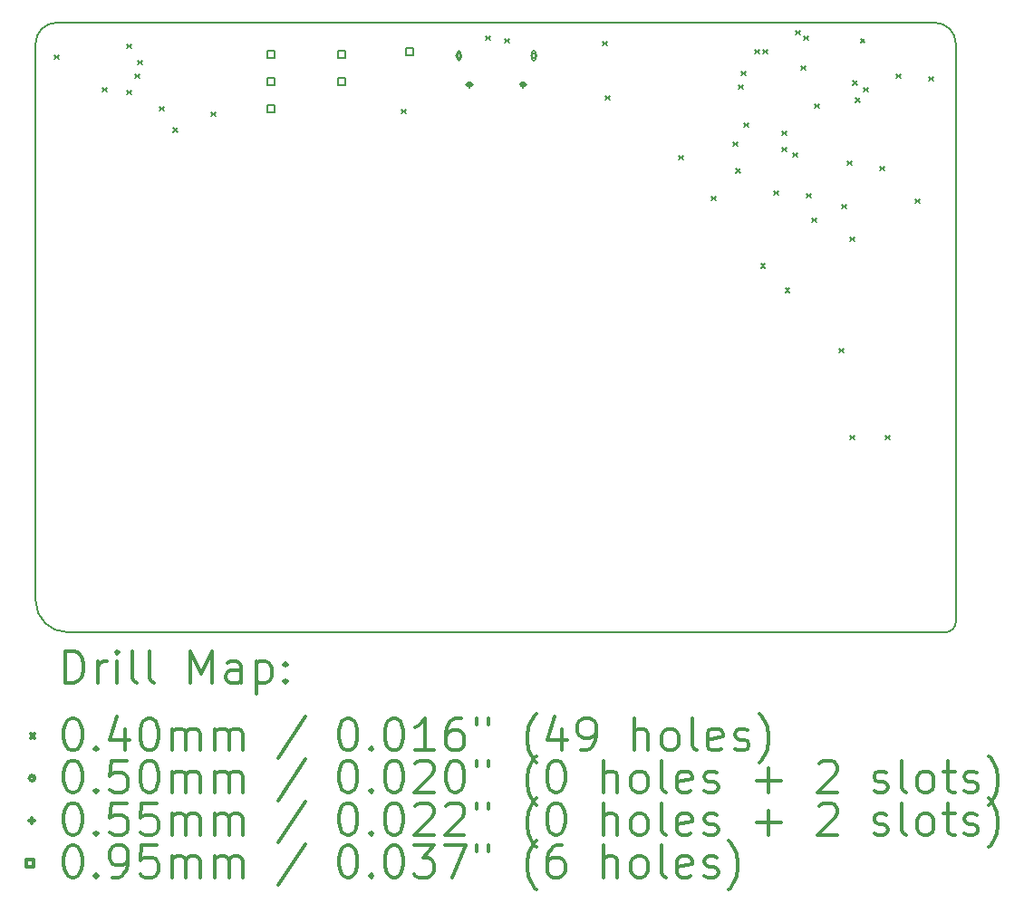
<source format=gbr>
%FSLAX45Y45*%
G04 Gerber Fmt 4.5, Leading zero omitted, Abs format (unit mm)*
G04 Created by KiCad (PCBNEW (5.0.1-3-g963ef8bb5)) date Tuesday, 04 December 2018 at 11:01:45*
%MOMM*%
%LPD*%
G01*
G04 APERTURE LIST*
%ADD10C,0.150000*%
%ADD11C,0.200000*%
%ADD12C,0.300000*%
G04 APERTURE END LIST*
D10*
X11924500Y-12519900D02*
G75*
G03X12224500Y-12819900I300000J0D01*
G01*
X20424500Y-12819900D02*
G75*
G03X20524500Y-12719900I0J100000D01*
G01*
X20424500Y-12819900D02*
X12224500Y-12819900D01*
X20524500Y-7319900D02*
X20524500Y-12719900D01*
X20324500Y-7119900D02*
X12124500Y-7119900D01*
X20524500Y-7319900D02*
G75*
G03X20324500Y-7119900I-200000J0D01*
G01*
X11924500Y-12519900D02*
X11924500Y-7319900D01*
X12124500Y-7119900D02*
G75*
G03X11924500Y-7319900I0J-200000D01*
G01*
D11*
X12100200Y-7422200D02*
X12140200Y-7462200D01*
X12140200Y-7422200D02*
X12100200Y-7462200D01*
X12553000Y-7727000D02*
X12593000Y-7767000D01*
X12593000Y-7727000D02*
X12553000Y-7767000D01*
X12781600Y-7320600D02*
X12821600Y-7360600D01*
X12821600Y-7320600D02*
X12781600Y-7360600D01*
X12781600Y-7752400D02*
X12821600Y-7792400D01*
X12821600Y-7752400D02*
X12781600Y-7792400D01*
X12857800Y-7600000D02*
X12897800Y-7640000D01*
X12897800Y-7600000D02*
X12857800Y-7640000D01*
X12883200Y-7473000D02*
X12923200Y-7513000D01*
X12923200Y-7473000D02*
X12883200Y-7513000D01*
X13086400Y-7904800D02*
X13126400Y-7944800D01*
X13126400Y-7904800D02*
X13086400Y-7944800D01*
X13213400Y-8103600D02*
X13253400Y-8143600D01*
X13253400Y-8103600D02*
X13213400Y-8143600D01*
X13569000Y-7955600D02*
X13609000Y-7995600D01*
X13609000Y-7955600D02*
X13569000Y-7995600D01*
X15343000Y-7930200D02*
X15383000Y-7970200D01*
X15383000Y-7930200D02*
X15343000Y-7970200D01*
X16130000Y-7245000D02*
X16170000Y-7285000D01*
X16170000Y-7245000D02*
X16130000Y-7285000D01*
X16312200Y-7269800D02*
X16352200Y-7309800D01*
X16352200Y-7269800D02*
X16312200Y-7309800D01*
X17226600Y-7295200D02*
X17266600Y-7335200D01*
X17266600Y-7295200D02*
X17226600Y-7335200D01*
X17252000Y-7803200D02*
X17292000Y-7843200D01*
X17292000Y-7803200D02*
X17252000Y-7843200D01*
X17937800Y-8362000D02*
X17977800Y-8402000D01*
X17977800Y-8362000D02*
X17937800Y-8402000D01*
X18242600Y-8743000D02*
X18282600Y-8783000D01*
X18282600Y-8743000D02*
X18242600Y-8783000D01*
X18445800Y-8235000D02*
X18485800Y-8275000D01*
X18485800Y-8235000D02*
X18445800Y-8275000D01*
X18471200Y-8484600D02*
X18511200Y-8524600D01*
X18511200Y-8484600D02*
X18471200Y-8524600D01*
X18496600Y-7701600D02*
X18536600Y-7741600D01*
X18536600Y-7701600D02*
X18496600Y-7741600D01*
X18522000Y-7574600D02*
X18562000Y-7614600D01*
X18562000Y-7574600D02*
X18522000Y-7614600D01*
X18547400Y-8057200D02*
X18587400Y-8097200D01*
X18587400Y-8057200D02*
X18547400Y-8097200D01*
X18649000Y-7371400D02*
X18689000Y-7411400D01*
X18689000Y-7371400D02*
X18649000Y-7411400D01*
X18701000Y-9376000D02*
X18741000Y-9416000D01*
X18741000Y-9376000D02*
X18701000Y-9416000D01*
X18725200Y-7371400D02*
X18765200Y-7411400D01*
X18765200Y-7371400D02*
X18725200Y-7411400D01*
X18826800Y-8692200D02*
X18866800Y-8732200D01*
X18866800Y-8692200D02*
X18826800Y-8732200D01*
X18903000Y-8133400D02*
X18943000Y-8173400D01*
X18943000Y-8133400D02*
X18903000Y-8173400D01*
X18903000Y-8285800D02*
X18943000Y-8325800D01*
X18943000Y-8285800D02*
X18903000Y-8325800D01*
X18930000Y-9603000D02*
X18970000Y-9643000D01*
X18970000Y-9603000D02*
X18930000Y-9643000D01*
X19004600Y-8336600D02*
X19044600Y-8376600D01*
X19044600Y-8336600D02*
X19004600Y-8376600D01*
X19030000Y-7193600D02*
X19070000Y-7233600D01*
X19070000Y-7193600D02*
X19030000Y-7233600D01*
X19080800Y-7523800D02*
X19120800Y-7563800D01*
X19120800Y-7523800D02*
X19080800Y-7563800D01*
X19106200Y-7244400D02*
X19146200Y-7284400D01*
X19146200Y-7244400D02*
X19106200Y-7284400D01*
X19131600Y-8717600D02*
X19171600Y-8757600D01*
X19171600Y-8717600D02*
X19131600Y-8757600D01*
X19182400Y-8946200D02*
X19222400Y-8986200D01*
X19222400Y-8946200D02*
X19182400Y-8986200D01*
X19207800Y-7879400D02*
X19247800Y-7919400D01*
X19247800Y-7879400D02*
X19207800Y-7919400D01*
X19436400Y-10165400D02*
X19476400Y-10205400D01*
X19476400Y-10165400D02*
X19436400Y-10205400D01*
X19461800Y-8819200D02*
X19501800Y-8859200D01*
X19501800Y-8819200D02*
X19461800Y-8859200D01*
X19512600Y-8412800D02*
X19552600Y-8452800D01*
X19552600Y-8412800D02*
X19512600Y-8452800D01*
X19538000Y-9124000D02*
X19578000Y-9164000D01*
X19578000Y-9124000D02*
X19538000Y-9164000D01*
X19538000Y-10978200D02*
X19578000Y-11018200D01*
X19578000Y-10978200D02*
X19538000Y-11018200D01*
X19563400Y-7661000D02*
X19603400Y-7701000D01*
X19603400Y-7661000D02*
X19563400Y-7701000D01*
X19588800Y-7824200D02*
X19628800Y-7864200D01*
X19628800Y-7824200D02*
X19588800Y-7864200D01*
X19633200Y-7269800D02*
X19673200Y-7309800D01*
X19673200Y-7269800D02*
X19633200Y-7309800D01*
X19665000Y-7727000D02*
X19705000Y-7767000D01*
X19705000Y-7727000D02*
X19665000Y-7767000D01*
X19817400Y-8463600D02*
X19857400Y-8503600D01*
X19857400Y-8463600D02*
X19817400Y-8503600D01*
X19868200Y-10978200D02*
X19908200Y-11018200D01*
X19908200Y-10978200D02*
X19868200Y-11018200D01*
X19969800Y-7600000D02*
X20009800Y-7640000D01*
X20009800Y-7600000D02*
X19969800Y-7640000D01*
X20147600Y-8768400D02*
X20187600Y-8808400D01*
X20187600Y-8768400D02*
X20147600Y-8808400D01*
X20274600Y-7625400D02*
X20314600Y-7665400D01*
X20314600Y-7625400D02*
X20274600Y-7665400D01*
X15905510Y-7430054D02*
G75*
G03X15905510Y-7430054I-25000J0D01*
G01*
X15865510Y-7397554D02*
X15865510Y-7462554D01*
X15895510Y-7397554D02*
X15895510Y-7462554D01*
X15865510Y-7462554D02*
G75*
G03X15895510Y-7462554I15000J0D01*
G01*
X15895510Y-7397554D02*
G75*
G03X15865510Y-7397554I-15000J0D01*
G01*
X16605510Y-7430054D02*
G75*
G03X16605510Y-7430054I-25000J0D01*
G01*
X16565510Y-7397554D02*
X16565510Y-7462554D01*
X16595510Y-7397554D02*
X16595510Y-7462554D01*
X16565510Y-7462554D02*
G75*
G03X16595510Y-7462554I15000J0D01*
G01*
X16595510Y-7397554D02*
G75*
G03X16565510Y-7397554I-15000J0D01*
G01*
X15980510Y-7672554D02*
X15980510Y-7727554D01*
X15953010Y-7700054D02*
X16008010Y-7700054D01*
X15995510Y-7682554D02*
X15965510Y-7682554D01*
X15995510Y-7717554D02*
X15965510Y-7717554D01*
X15965510Y-7682554D02*
G75*
G03X15965510Y-7717554I0J-17500D01*
G01*
X15995510Y-7717554D02*
G75*
G03X15995510Y-7682554I0J17500D01*
G01*
X16480510Y-7672554D02*
X16480510Y-7727554D01*
X16453010Y-7700054D02*
X16508010Y-7700054D01*
X16495510Y-7682554D02*
X16465510Y-7682554D01*
X16495510Y-7717554D02*
X16465510Y-7717554D01*
X16465510Y-7682554D02*
G75*
G03X16465510Y-7717554I0J-17500D01*
G01*
X16495510Y-7717554D02*
G75*
G03X16495510Y-7682554I0J17500D01*
G01*
X14816388Y-7450388D02*
X14816388Y-7383212D01*
X14749212Y-7383212D01*
X14749212Y-7450388D01*
X14816388Y-7450388D01*
X14816388Y-7704388D02*
X14816388Y-7637212D01*
X14749212Y-7637212D01*
X14749212Y-7704388D01*
X14816388Y-7704388D01*
X15451388Y-7424988D02*
X15451388Y-7357812D01*
X15384212Y-7357812D01*
X15384212Y-7424988D01*
X15451388Y-7424988D01*
X14155988Y-7450388D02*
X14155988Y-7383212D01*
X14088812Y-7383212D01*
X14088812Y-7450388D01*
X14155988Y-7450388D01*
X14155988Y-7704388D02*
X14155988Y-7637212D01*
X14088812Y-7637212D01*
X14088812Y-7704388D01*
X14155988Y-7704388D01*
X14155988Y-7958388D02*
X14155988Y-7891212D01*
X14088812Y-7891212D01*
X14088812Y-7958388D01*
X14155988Y-7958388D01*
D12*
X12203428Y-13293114D02*
X12203428Y-12993114D01*
X12274857Y-12993114D01*
X12317714Y-13007400D01*
X12346286Y-13035971D01*
X12360571Y-13064543D01*
X12374857Y-13121686D01*
X12374857Y-13164543D01*
X12360571Y-13221686D01*
X12346286Y-13250257D01*
X12317714Y-13278829D01*
X12274857Y-13293114D01*
X12203428Y-13293114D01*
X12503428Y-13293114D02*
X12503428Y-13093114D01*
X12503428Y-13150257D02*
X12517714Y-13121686D01*
X12532000Y-13107400D01*
X12560571Y-13093114D01*
X12589143Y-13093114D01*
X12689143Y-13293114D02*
X12689143Y-13093114D01*
X12689143Y-12993114D02*
X12674857Y-13007400D01*
X12689143Y-13021686D01*
X12703428Y-13007400D01*
X12689143Y-12993114D01*
X12689143Y-13021686D01*
X12874857Y-13293114D02*
X12846286Y-13278829D01*
X12832000Y-13250257D01*
X12832000Y-12993114D01*
X13032000Y-13293114D02*
X13003428Y-13278829D01*
X12989143Y-13250257D01*
X12989143Y-12993114D01*
X13374857Y-13293114D02*
X13374857Y-12993114D01*
X13474857Y-13207400D01*
X13574857Y-12993114D01*
X13574857Y-13293114D01*
X13846286Y-13293114D02*
X13846286Y-13135971D01*
X13832000Y-13107400D01*
X13803428Y-13093114D01*
X13746286Y-13093114D01*
X13717714Y-13107400D01*
X13846286Y-13278829D02*
X13817714Y-13293114D01*
X13746286Y-13293114D01*
X13717714Y-13278829D01*
X13703428Y-13250257D01*
X13703428Y-13221686D01*
X13717714Y-13193114D01*
X13746286Y-13178829D01*
X13817714Y-13178829D01*
X13846286Y-13164543D01*
X13989143Y-13093114D02*
X13989143Y-13393114D01*
X13989143Y-13107400D02*
X14017714Y-13093114D01*
X14074857Y-13093114D01*
X14103428Y-13107400D01*
X14117714Y-13121686D01*
X14132000Y-13150257D01*
X14132000Y-13235971D01*
X14117714Y-13264543D01*
X14103428Y-13278829D01*
X14074857Y-13293114D01*
X14017714Y-13293114D01*
X13989143Y-13278829D01*
X14260571Y-13264543D02*
X14274857Y-13278829D01*
X14260571Y-13293114D01*
X14246286Y-13278829D01*
X14260571Y-13264543D01*
X14260571Y-13293114D01*
X14260571Y-13107400D02*
X14274857Y-13121686D01*
X14260571Y-13135971D01*
X14246286Y-13121686D01*
X14260571Y-13107400D01*
X14260571Y-13135971D01*
X11877000Y-13767400D02*
X11917000Y-13807400D01*
X11917000Y-13767400D02*
X11877000Y-13807400D01*
X12260571Y-13623114D02*
X12289143Y-13623114D01*
X12317714Y-13637400D01*
X12332000Y-13651686D01*
X12346286Y-13680257D01*
X12360571Y-13737400D01*
X12360571Y-13808829D01*
X12346286Y-13865971D01*
X12332000Y-13894543D01*
X12317714Y-13908829D01*
X12289143Y-13923114D01*
X12260571Y-13923114D01*
X12232000Y-13908829D01*
X12217714Y-13894543D01*
X12203428Y-13865971D01*
X12189143Y-13808829D01*
X12189143Y-13737400D01*
X12203428Y-13680257D01*
X12217714Y-13651686D01*
X12232000Y-13637400D01*
X12260571Y-13623114D01*
X12489143Y-13894543D02*
X12503428Y-13908829D01*
X12489143Y-13923114D01*
X12474857Y-13908829D01*
X12489143Y-13894543D01*
X12489143Y-13923114D01*
X12760571Y-13723114D02*
X12760571Y-13923114D01*
X12689143Y-13608829D02*
X12617714Y-13823114D01*
X12803428Y-13823114D01*
X12974857Y-13623114D02*
X13003428Y-13623114D01*
X13032000Y-13637400D01*
X13046286Y-13651686D01*
X13060571Y-13680257D01*
X13074857Y-13737400D01*
X13074857Y-13808829D01*
X13060571Y-13865971D01*
X13046286Y-13894543D01*
X13032000Y-13908829D01*
X13003428Y-13923114D01*
X12974857Y-13923114D01*
X12946286Y-13908829D01*
X12932000Y-13894543D01*
X12917714Y-13865971D01*
X12903428Y-13808829D01*
X12903428Y-13737400D01*
X12917714Y-13680257D01*
X12932000Y-13651686D01*
X12946286Y-13637400D01*
X12974857Y-13623114D01*
X13203428Y-13923114D02*
X13203428Y-13723114D01*
X13203428Y-13751686D02*
X13217714Y-13737400D01*
X13246286Y-13723114D01*
X13289143Y-13723114D01*
X13317714Y-13737400D01*
X13332000Y-13765971D01*
X13332000Y-13923114D01*
X13332000Y-13765971D02*
X13346286Y-13737400D01*
X13374857Y-13723114D01*
X13417714Y-13723114D01*
X13446286Y-13737400D01*
X13460571Y-13765971D01*
X13460571Y-13923114D01*
X13603428Y-13923114D02*
X13603428Y-13723114D01*
X13603428Y-13751686D02*
X13617714Y-13737400D01*
X13646286Y-13723114D01*
X13689143Y-13723114D01*
X13717714Y-13737400D01*
X13732000Y-13765971D01*
X13732000Y-13923114D01*
X13732000Y-13765971D02*
X13746286Y-13737400D01*
X13774857Y-13723114D01*
X13817714Y-13723114D01*
X13846286Y-13737400D01*
X13860571Y-13765971D01*
X13860571Y-13923114D01*
X14446286Y-13608829D02*
X14189143Y-13994543D01*
X14832000Y-13623114D02*
X14860571Y-13623114D01*
X14889143Y-13637400D01*
X14903428Y-13651686D01*
X14917714Y-13680257D01*
X14932000Y-13737400D01*
X14932000Y-13808829D01*
X14917714Y-13865971D01*
X14903428Y-13894543D01*
X14889143Y-13908829D01*
X14860571Y-13923114D01*
X14832000Y-13923114D01*
X14803428Y-13908829D01*
X14789143Y-13894543D01*
X14774857Y-13865971D01*
X14760571Y-13808829D01*
X14760571Y-13737400D01*
X14774857Y-13680257D01*
X14789143Y-13651686D01*
X14803428Y-13637400D01*
X14832000Y-13623114D01*
X15060571Y-13894543D02*
X15074857Y-13908829D01*
X15060571Y-13923114D01*
X15046286Y-13908829D01*
X15060571Y-13894543D01*
X15060571Y-13923114D01*
X15260571Y-13623114D02*
X15289143Y-13623114D01*
X15317714Y-13637400D01*
X15332000Y-13651686D01*
X15346286Y-13680257D01*
X15360571Y-13737400D01*
X15360571Y-13808829D01*
X15346286Y-13865971D01*
X15332000Y-13894543D01*
X15317714Y-13908829D01*
X15289143Y-13923114D01*
X15260571Y-13923114D01*
X15232000Y-13908829D01*
X15217714Y-13894543D01*
X15203428Y-13865971D01*
X15189143Y-13808829D01*
X15189143Y-13737400D01*
X15203428Y-13680257D01*
X15217714Y-13651686D01*
X15232000Y-13637400D01*
X15260571Y-13623114D01*
X15646286Y-13923114D02*
X15474857Y-13923114D01*
X15560571Y-13923114D02*
X15560571Y-13623114D01*
X15532000Y-13665971D01*
X15503428Y-13694543D01*
X15474857Y-13708829D01*
X15903428Y-13623114D02*
X15846286Y-13623114D01*
X15817714Y-13637400D01*
X15803428Y-13651686D01*
X15774857Y-13694543D01*
X15760571Y-13751686D01*
X15760571Y-13865971D01*
X15774857Y-13894543D01*
X15789143Y-13908829D01*
X15817714Y-13923114D01*
X15874857Y-13923114D01*
X15903428Y-13908829D01*
X15917714Y-13894543D01*
X15932000Y-13865971D01*
X15932000Y-13794543D01*
X15917714Y-13765971D01*
X15903428Y-13751686D01*
X15874857Y-13737400D01*
X15817714Y-13737400D01*
X15789143Y-13751686D01*
X15774857Y-13765971D01*
X15760571Y-13794543D01*
X16046286Y-13623114D02*
X16046286Y-13680257D01*
X16160571Y-13623114D02*
X16160571Y-13680257D01*
X16603428Y-14037400D02*
X16589143Y-14023114D01*
X16560571Y-13980257D01*
X16546286Y-13951686D01*
X16532000Y-13908829D01*
X16517714Y-13837400D01*
X16517714Y-13780257D01*
X16532000Y-13708829D01*
X16546286Y-13665971D01*
X16560571Y-13637400D01*
X16589143Y-13594543D01*
X16603428Y-13580257D01*
X16846286Y-13723114D02*
X16846286Y-13923114D01*
X16774857Y-13608829D02*
X16703428Y-13823114D01*
X16889143Y-13823114D01*
X17017714Y-13923114D02*
X17074857Y-13923114D01*
X17103428Y-13908829D01*
X17117714Y-13894543D01*
X17146286Y-13851686D01*
X17160571Y-13794543D01*
X17160571Y-13680257D01*
X17146286Y-13651686D01*
X17132000Y-13637400D01*
X17103428Y-13623114D01*
X17046286Y-13623114D01*
X17017714Y-13637400D01*
X17003428Y-13651686D01*
X16989143Y-13680257D01*
X16989143Y-13751686D01*
X17003428Y-13780257D01*
X17017714Y-13794543D01*
X17046286Y-13808829D01*
X17103428Y-13808829D01*
X17132000Y-13794543D01*
X17146286Y-13780257D01*
X17160571Y-13751686D01*
X17517714Y-13923114D02*
X17517714Y-13623114D01*
X17646286Y-13923114D02*
X17646286Y-13765971D01*
X17632000Y-13737400D01*
X17603428Y-13723114D01*
X17560571Y-13723114D01*
X17532000Y-13737400D01*
X17517714Y-13751686D01*
X17832000Y-13923114D02*
X17803428Y-13908829D01*
X17789143Y-13894543D01*
X17774857Y-13865971D01*
X17774857Y-13780257D01*
X17789143Y-13751686D01*
X17803428Y-13737400D01*
X17832000Y-13723114D01*
X17874857Y-13723114D01*
X17903428Y-13737400D01*
X17917714Y-13751686D01*
X17932000Y-13780257D01*
X17932000Y-13865971D01*
X17917714Y-13894543D01*
X17903428Y-13908829D01*
X17874857Y-13923114D01*
X17832000Y-13923114D01*
X18103428Y-13923114D02*
X18074857Y-13908829D01*
X18060571Y-13880257D01*
X18060571Y-13623114D01*
X18332000Y-13908829D02*
X18303428Y-13923114D01*
X18246286Y-13923114D01*
X18217714Y-13908829D01*
X18203428Y-13880257D01*
X18203428Y-13765971D01*
X18217714Y-13737400D01*
X18246286Y-13723114D01*
X18303428Y-13723114D01*
X18332000Y-13737400D01*
X18346286Y-13765971D01*
X18346286Y-13794543D01*
X18203428Y-13823114D01*
X18460571Y-13908829D02*
X18489143Y-13923114D01*
X18546286Y-13923114D01*
X18574857Y-13908829D01*
X18589143Y-13880257D01*
X18589143Y-13865971D01*
X18574857Y-13837400D01*
X18546286Y-13823114D01*
X18503428Y-13823114D01*
X18474857Y-13808829D01*
X18460571Y-13780257D01*
X18460571Y-13765971D01*
X18474857Y-13737400D01*
X18503428Y-13723114D01*
X18546286Y-13723114D01*
X18574857Y-13737400D01*
X18689143Y-14037400D02*
X18703428Y-14023114D01*
X18732000Y-13980257D01*
X18746286Y-13951686D01*
X18760571Y-13908829D01*
X18774857Y-13837400D01*
X18774857Y-13780257D01*
X18760571Y-13708829D01*
X18746286Y-13665971D01*
X18732000Y-13637400D01*
X18703428Y-13594543D01*
X18689143Y-13580257D01*
X11917000Y-14183400D02*
G75*
G03X11917000Y-14183400I-25000J0D01*
G01*
X12260571Y-14019114D02*
X12289143Y-14019114D01*
X12317714Y-14033400D01*
X12332000Y-14047686D01*
X12346286Y-14076257D01*
X12360571Y-14133400D01*
X12360571Y-14204829D01*
X12346286Y-14261971D01*
X12332000Y-14290543D01*
X12317714Y-14304829D01*
X12289143Y-14319114D01*
X12260571Y-14319114D01*
X12232000Y-14304829D01*
X12217714Y-14290543D01*
X12203428Y-14261971D01*
X12189143Y-14204829D01*
X12189143Y-14133400D01*
X12203428Y-14076257D01*
X12217714Y-14047686D01*
X12232000Y-14033400D01*
X12260571Y-14019114D01*
X12489143Y-14290543D02*
X12503428Y-14304829D01*
X12489143Y-14319114D01*
X12474857Y-14304829D01*
X12489143Y-14290543D01*
X12489143Y-14319114D01*
X12774857Y-14019114D02*
X12632000Y-14019114D01*
X12617714Y-14161971D01*
X12632000Y-14147686D01*
X12660571Y-14133400D01*
X12732000Y-14133400D01*
X12760571Y-14147686D01*
X12774857Y-14161971D01*
X12789143Y-14190543D01*
X12789143Y-14261971D01*
X12774857Y-14290543D01*
X12760571Y-14304829D01*
X12732000Y-14319114D01*
X12660571Y-14319114D01*
X12632000Y-14304829D01*
X12617714Y-14290543D01*
X12974857Y-14019114D02*
X13003428Y-14019114D01*
X13032000Y-14033400D01*
X13046286Y-14047686D01*
X13060571Y-14076257D01*
X13074857Y-14133400D01*
X13074857Y-14204829D01*
X13060571Y-14261971D01*
X13046286Y-14290543D01*
X13032000Y-14304829D01*
X13003428Y-14319114D01*
X12974857Y-14319114D01*
X12946286Y-14304829D01*
X12932000Y-14290543D01*
X12917714Y-14261971D01*
X12903428Y-14204829D01*
X12903428Y-14133400D01*
X12917714Y-14076257D01*
X12932000Y-14047686D01*
X12946286Y-14033400D01*
X12974857Y-14019114D01*
X13203428Y-14319114D02*
X13203428Y-14119114D01*
X13203428Y-14147686D02*
X13217714Y-14133400D01*
X13246286Y-14119114D01*
X13289143Y-14119114D01*
X13317714Y-14133400D01*
X13332000Y-14161971D01*
X13332000Y-14319114D01*
X13332000Y-14161971D02*
X13346286Y-14133400D01*
X13374857Y-14119114D01*
X13417714Y-14119114D01*
X13446286Y-14133400D01*
X13460571Y-14161971D01*
X13460571Y-14319114D01*
X13603428Y-14319114D02*
X13603428Y-14119114D01*
X13603428Y-14147686D02*
X13617714Y-14133400D01*
X13646286Y-14119114D01*
X13689143Y-14119114D01*
X13717714Y-14133400D01*
X13732000Y-14161971D01*
X13732000Y-14319114D01*
X13732000Y-14161971D02*
X13746286Y-14133400D01*
X13774857Y-14119114D01*
X13817714Y-14119114D01*
X13846286Y-14133400D01*
X13860571Y-14161971D01*
X13860571Y-14319114D01*
X14446286Y-14004829D02*
X14189143Y-14390543D01*
X14832000Y-14019114D02*
X14860571Y-14019114D01*
X14889143Y-14033400D01*
X14903428Y-14047686D01*
X14917714Y-14076257D01*
X14932000Y-14133400D01*
X14932000Y-14204829D01*
X14917714Y-14261971D01*
X14903428Y-14290543D01*
X14889143Y-14304829D01*
X14860571Y-14319114D01*
X14832000Y-14319114D01*
X14803428Y-14304829D01*
X14789143Y-14290543D01*
X14774857Y-14261971D01*
X14760571Y-14204829D01*
X14760571Y-14133400D01*
X14774857Y-14076257D01*
X14789143Y-14047686D01*
X14803428Y-14033400D01*
X14832000Y-14019114D01*
X15060571Y-14290543D02*
X15074857Y-14304829D01*
X15060571Y-14319114D01*
X15046286Y-14304829D01*
X15060571Y-14290543D01*
X15060571Y-14319114D01*
X15260571Y-14019114D02*
X15289143Y-14019114D01*
X15317714Y-14033400D01*
X15332000Y-14047686D01*
X15346286Y-14076257D01*
X15360571Y-14133400D01*
X15360571Y-14204829D01*
X15346286Y-14261971D01*
X15332000Y-14290543D01*
X15317714Y-14304829D01*
X15289143Y-14319114D01*
X15260571Y-14319114D01*
X15232000Y-14304829D01*
X15217714Y-14290543D01*
X15203428Y-14261971D01*
X15189143Y-14204829D01*
X15189143Y-14133400D01*
X15203428Y-14076257D01*
X15217714Y-14047686D01*
X15232000Y-14033400D01*
X15260571Y-14019114D01*
X15474857Y-14047686D02*
X15489143Y-14033400D01*
X15517714Y-14019114D01*
X15589143Y-14019114D01*
X15617714Y-14033400D01*
X15632000Y-14047686D01*
X15646286Y-14076257D01*
X15646286Y-14104829D01*
X15632000Y-14147686D01*
X15460571Y-14319114D01*
X15646286Y-14319114D01*
X15832000Y-14019114D02*
X15860571Y-14019114D01*
X15889143Y-14033400D01*
X15903428Y-14047686D01*
X15917714Y-14076257D01*
X15932000Y-14133400D01*
X15932000Y-14204829D01*
X15917714Y-14261971D01*
X15903428Y-14290543D01*
X15889143Y-14304829D01*
X15860571Y-14319114D01*
X15832000Y-14319114D01*
X15803428Y-14304829D01*
X15789143Y-14290543D01*
X15774857Y-14261971D01*
X15760571Y-14204829D01*
X15760571Y-14133400D01*
X15774857Y-14076257D01*
X15789143Y-14047686D01*
X15803428Y-14033400D01*
X15832000Y-14019114D01*
X16046286Y-14019114D02*
X16046286Y-14076257D01*
X16160571Y-14019114D02*
X16160571Y-14076257D01*
X16603428Y-14433400D02*
X16589143Y-14419114D01*
X16560571Y-14376257D01*
X16546286Y-14347686D01*
X16532000Y-14304829D01*
X16517714Y-14233400D01*
X16517714Y-14176257D01*
X16532000Y-14104829D01*
X16546286Y-14061971D01*
X16560571Y-14033400D01*
X16589143Y-13990543D01*
X16603428Y-13976257D01*
X16774857Y-14019114D02*
X16803428Y-14019114D01*
X16832000Y-14033400D01*
X16846286Y-14047686D01*
X16860571Y-14076257D01*
X16874857Y-14133400D01*
X16874857Y-14204829D01*
X16860571Y-14261971D01*
X16846286Y-14290543D01*
X16832000Y-14304829D01*
X16803428Y-14319114D01*
X16774857Y-14319114D01*
X16746286Y-14304829D01*
X16732000Y-14290543D01*
X16717714Y-14261971D01*
X16703428Y-14204829D01*
X16703428Y-14133400D01*
X16717714Y-14076257D01*
X16732000Y-14047686D01*
X16746286Y-14033400D01*
X16774857Y-14019114D01*
X17232000Y-14319114D02*
X17232000Y-14019114D01*
X17360571Y-14319114D02*
X17360571Y-14161971D01*
X17346286Y-14133400D01*
X17317714Y-14119114D01*
X17274857Y-14119114D01*
X17246286Y-14133400D01*
X17232000Y-14147686D01*
X17546286Y-14319114D02*
X17517714Y-14304829D01*
X17503428Y-14290543D01*
X17489143Y-14261971D01*
X17489143Y-14176257D01*
X17503428Y-14147686D01*
X17517714Y-14133400D01*
X17546286Y-14119114D01*
X17589143Y-14119114D01*
X17617714Y-14133400D01*
X17632000Y-14147686D01*
X17646286Y-14176257D01*
X17646286Y-14261971D01*
X17632000Y-14290543D01*
X17617714Y-14304829D01*
X17589143Y-14319114D01*
X17546286Y-14319114D01*
X17817714Y-14319114D02*
X17789143Y-14304829D01*
X17774857Y-14276257D01*
X17774857Y-14019114D01*
X18046286Y-14304829D02*
X18017714Y-14319114D01*
X17960571Y-14319114D01*
X17932000Y-14304829D01*
X17917714Y-14276257D01*
X17917714Y-14161971D01*
X17932000Y-14133400D01*
X17960571Y-14119114D01*
X18017714Y-14119114D01*
X18046286Y-14133400D01*
X18060571Y-14161971D01*
X18060571Y-14190543D01*
X17917714Y-14219114D01*
X18174857Y-14304829D02*
X18203428Y-14319114D01*
X18260571Y-14319114D01*
X18289143Y-14304829D01*
X18303428Y-14276257D01*
X18303428Y-14261971D01*
X18289143Y-14233400D01*
X18260571Y-14219114D01*
X18217714Y-14219114D01*
X18189143Y-14204829D01*
X18174857Y-14176257D01*
X18174857Y-14161971D01*
X18189143Y-14133400D01*
X18217714Y-14119114D01*
X18260571Y-14119114D01*
X18289143Y-14133400D01*
X18660571Y-14204829D02*
X18889143Y-14204829D01*
X18774857Y-14319114D02*
X18774857Y-14090543D01*
X19246286Y-14047686D02*
X19260571Y-14033400D01*
X19289143Y-14019114D01*
X19360571Y-14019114D01*
X19389143Y-14033400D01*
X19403428Y-14047686D01*
X19417714Y-14076257D01*
X19417714Y-14104829D01*
X19403428Y-14147686D01*
X19232000Y-14319114D01*
X19417714Y-14319114D01*
X19760571Y-14304829D02*
X19789143Y-14319114D01*
X19846286Y-14319114D01*
X19874857Y-14304829D01*
X19889143Y-14276257D01*
X19889143Y-14261971D01*
X19874857Y-14233400D01*
X19846286Y-14219114D01*
X19803428Y-14219114D01*
X19774857Y-14204829D01*
X19760571Y-14176257D01*
X19760571Y-14161971D01*
X19774857Y-14133400D01*
X19803428Y-14119114D01*
X19846286Y-14119114D01*
X19874857Y-14133400D01*
X20060571Y-14319114D02*
X20032000Y-14304829D01*
X20017714Y-14276257D01*
X20017714Y-14019114D01*
X20217714Y-14319114D02*
X20189143Y-14304829D01*
X20174857Y-14290543D01*
X20160571Y-14261971D01*
X20160571Y-14176257D01*
X20174857Y-14147686D01*
X20189143Y-14133400D01*
X20217714Y-14119114D01*
X20260571Y-14119114D01*
X20289143Y-14133400D01*
X20303428Y-14147686D01*
X20317714Y-14176257D01*
X20317714Y-14261971D01*
X20303428Y-14290543D01*
X20289143Y-14304829D01*
X20260571Y-14319114D01*
X20217714Y-14319114D01*
X20403428Y-14119114D02*
X20517714Y-14119114D01*
X20446286Y-14019114D02*
X20446286Y-14276257D01*
X20460571Y-14304829D01*
X20489143Y-14319114D01*
X20517714Y-14319114D01*
X20603428Y-14304829D02*
X20632000Y-14319114D01*
X20689143Y-14319114D01*
X20717714Y-14304829D01*
X20732000Y-14276257D01*
X20732000Y-14261971D01*
X20717714Y-14233400D01*
X20689143Y-14219114D01*
X20646286Y-14219114D01*
X20617714Y-14204829D01*
X20603428Y-14176257D01*
X20603428Y-14161971D01*
X20617714Y-14133400D01*
X20646286Y-14119114D01*
X20689143Y-14119114D01*
X20717714Y-14133400D01*
X20832000Y-14433400D02*
X20846286Y-14419114D01*
X20874857Y-14376257D01*
X20889143Y-14347686D01*
X20903428Y-14304829D01*
X20917714Y-14233400D01*
X20917714Y-14176257D01*
X20903428Y-14104829D01*
X20889143Y-14061971D01*
X20874857Y-14033400D01*
X20846286Y-13990543D01*
X20832000Y-13976257D01*
X11889500Y-14551900D02*
X11889500Y-14606900D01*
X11862000Y-14579400D02*
X11917000Y-14579400D01*
X12260571Y-14415114D02*
X12289143Y-14415114D01*
X12317714Y-14429400D01*
X12332000Y-14443686D01*
X12346286Y-14472257D01*
X12360571Y-14529400D01*
X12360571Y-14600829D01*
X12346286Y-14657971D01*
X12332000Y-14686543D01*
X12317714Y-14700829D01*
X12289143Y-14715114D01*
X12260571Y-14715114D01*
X12232000Y-14700829D01*
X12217714Y-14686543D01*
X12203428Y-14657971D01*
X12189143Y-14600829D01*
X12189143Y-14529400D01*
X12203428Y-14472257D01*
X12217714Y-14443686D01*
X12232000Y-14429400D01*
X12260571Y-14415114D01*
X12489143Y-14686543D02*
X12503428Y-14700829D01*
X12489143Y-14715114D01*
X12474857Y-14700829D01*
X12489143Y-14686543D01*
X12489143Y-14715114D01*
X12774857Y-14415114D02*
X12632000Y-14415114D01*
X12617714Y-14557971D01*
X12632000Y-14543686D01*
X12660571Y-14529400D01*
X12732000Y-14529400D01*
X12760571Y-14543686D01*
X12774857Y-14557971D01*
X12789143Y-14586543D01*
X12789143Y-14657971D01*
X12774857Y-14686543D01*
X12760571Y-14700829D01*
X12732000Y-14715114D01*
X12660571Y-14715114D01*
X12632000Y-14700829D01*
X12617714Y-14686543D01*
X13060571Y-14415114D02*
X12917714Y-14415114D01*
X12903428Y-14557971D01*
X12917714Y-14543686D01*
X12946286Y-14529400D01*
X13017714Y-14529400D01*
X13046286Y-14543686D01*
X13060571Y-14557971D01*
X13074857Y-14586543D01*
X13074857Y-14657971D01*
X13060571Y-14686543D01*
X13046286Y-14700829D01*
X13017714Y-14715114D01*
X12946286Y-14715114D01*
X12917714Y-14700829D01*
X12903428Y-14686543D01*
X13203428Y-14715114D02*
X13203428Y-14515114D01*
X13203428Y-14543686D02*
X13217714Y-14529400D01*
X13246286Y-14515114D01*
X13289143Y-14515114D01*
X13317714Y-14529400D01*
X13332000Y-14557971D01*
X13332000Y-14715114D01*
X13332000Y-14557971D02*
X13346286Y-14529400D01*
X13374857Y-14515114D01*
X13417714Y-14515114D01*
X13446286Y-14529400D01*
X13460571Y-14557971D01*
X13460571Y-14715114D01*
X13603428Y-14715114D02*
X13603428Y-14515114D01*
X13603428Y-14543686D02*
X13617714Y-14529400D01*
X13646286Y-14515114D01*
X13689143Y-14515114D01*
X13717714Y-14529400D01*
X13732000Y-14557971D01*
X13732000Y-14715114D01*
X13732000Y-14557971D02*
X13746286Y-14529400D01*
X13774857Y-14515114D01*
X13817714Y-14515114D01*
X13846286Y-14529400D01*
X13860571Y-14557971D01*
X13860571Y-14715114D01*
X14446286Y-14400829D02*
X14189143Y-14786543D01*
X14832000Y-14415114D02*
X14860571Y-14415114D01*
X14889143Y-14429400D01*
X14903428Y-14443686D01*
X14917714Y-14472257D01*
X14932000Y-14529400D01*
X14932000Y-14600829D01*
X14917714Y-14657971D01*
X14903428Y-14686543D01*
X14889143Y-14700829D01*
X14860571Y-14715114D01*
X14832000Y-14715114D01*
X14803428Y-14700829D01*
X14789143Y-14686543D01*
X14774857Y-14657971D01*
X14760571Y-14600829D01*
X14760571Y-14529400D01*
X14774857Y-14472257D01*
X14789143Y-14443686D01*
X14803428Y-14429400D01*
X14832000Y-14415114D01*
X15060571Y-14686543D02*
X15074857Y-14700829D01*
X15060571Y-14715114D01*
X15046286Y-14700829D01*
X15060571Y-14686543D01*
X15060571Y-14715114D01*
X15260571Y-14415114D02*
X15289143Y-14415114D01*
X15317714Y-14429400D01*
X15332000Y-14443686D01*
X15346286Y-14472257D01*
X15360571Y-14529400D01*
X15360571Y-14600829D01*
X15346286Y-14657971D01*
X15332000Y-14686543D01*
X15317714Y-14700829D01*
X15289143Y-14715114D01*
X15260571Y-14715114D01*
X15232000Y-14700829D01*
X15217714Y-14686543D01*
X15203428Y-14657971D01*
X15189143Y-14600829D01*
X15189143Y-14529400D01*
X15203428Y-14472257D01*
X15217714Y-14443686D01*
X15232000Y-14429400D01*
X15260571Y-14415114D01*
X15474857Y-14443686D02*
X15489143Y-14429400D01*
X15517714Y-14415114D01*
X15589143Y-14415114D01*
X15617714Y-14429400D01*
X15632000Y-14443686D01*
X15646286Y-14472257D01*
X15646286Y-14500829D01*
X15632000Y-14543686D01*
X15460571Y-14715114D01*
X15646286Y-14715114D01*
X15760571Y-14443686D02*
X15774857Y-14429400D01*
X15803428Y-14415114D01*
X15874857Y-14415114D01*
X15903428Y-14429400D01*
X15917714Y-14443686D01*
X15932000Y-14472257D01*
X15932000Y-14500829D01*
X15917714Y-14543686D01*
X15746286Y-14715114D01*
X15932000Y-14715114D01*
X16046286Y-14415114D02*
X16046286Y-14472257D01*
X16160571Y-14415114D02*
X16160571Y-14472257D01*
X16603428Y-14829400D02*
X16589143Y-14815114D01*
X16560571Y-14772257D01*
X16546286Y-14743686D01*
X16532000Y-14700829D01*
X16517714Y-14629400D01*
X16517714Y-14572257D01*
X16532000Y-14500829D01*
X16546286Y-14457971D01*
X16560571Y-14429400D01*
X16589143Y-14386543D01*
X16603428Y-14372257D01*
X16774857Y-14415114D02*
X16803428Y-14415114D01*
X16832000Y-14429400D01*
X16846286Y-14443686D01*
X16860571Y-14472257D01*
X16874857Y-14529400D01*
X16874857Y-14600829D01*
X16860571Y-14657971D01*
X16846286Y-14686543D01*
X16832000Y-14700829D01*
X16803428Y-14715114D01*
X16774857Y-14715114D01*
X16746286Y-14700829D01*
X16732000Y-14686543D01*
X16717714Y-14657971D01*
X16703428Y-14600829D01*
X16703428Y-14529400D01*
X16717714Y-14472257D01*
X16732000Y-14443686D01*
X16746286Y-14429400D01*
X16774857Y-14415114D01*
X17232000Y-14715114D02*
X17232000Y-14415114D01*
X17360571Y-14715114D02*
X17360571Y-14557971D01*
X17346286Y-14529400D01*
X17317714Y-14515114D01*
X17274857Y-14515114D01*
X17246286Y-14529400D01*
X17232000Y-14543686D01*
X17546286Y-14715114D02*
X17517714Y-14700829D01*
X17503428Y-14686543D01*
X17489143Y-14657971D01*
X17489143Y-14572257D01*
X17503428Y-14543686D01*
X17517714Y-14529400D01*
X17546286Y-14515114D01*
X17589143Y-14515114D01*
X17617714Y-14529400D01*
X17632000Y-14543686D01*
X17646286Y-14572257D01*
X17646286Y-14657971D01*
X17632000Y-14686543D01*
X17617714Y-14700829D01*
X17589143Y-14715114D01*
X17546286Y-14715114D01*
X17817714Y-14715114D02*
X17789143Y-14700829D01*
X17774857Y-14672257D01*
X17774857Y-14415114D01*
X18046286Y-14700829D02*
X18017714Y-14715114D01*
X17960571Y-14715114D01*
X17932000Y-14700829D01*
X17917714Y-14672257D01*
X17917714Y-14557971D01*
X17932000Y-14529400D01*
X17960571Y-14515114D01*
X18017714Y-14515114D01*
X18046286Y-14529400D01*
X18060571Y-14557971D01*
X18060571Y-14586543D01*
X17917714Y-14615114D01*
X18174857Y-14700829D02*
X18203428Y-14715114D01*
X18260571Y-14715114D01*
X18289143Y-14700829D01*
X18303428Y-14672257D01*
X18303428Y-14657971D01*
X18289143Y-14629400D01*
X18260571Y-14615114D01*
X18217714Y-14615114D01*
X18189143Y-14600829D01*
X18174857Y-14572257D01*
X18174857Y-14557971D01*
X18189143Y-14529400D01*
X18217714Y-14515114D01*
X18260571Y-14515114D01*
X18289143Y-14529400D01*
X18660571Y-14600829D02*
X18889143Y-14600829D01*
X18774857Y-14715114D02*
X18774857Y-14486543D01*
X19246286Y-14443686D02*
X19260571Y-14429400D01*
X19289143Y-14415114D01*
X19360571Y-14415114D01*
X19389143Y-14429400D01*
X19403428Y-14443686D01*
X19417714Y-14472257D01*
X19417714Y-14500829D01*
X19403428Y-14543686D01*
X19232000Y-14715114D01*
X19417714Y-14715114D01*
X19760571Y-14700829D02*
X19789143Y-14715114D01*
X19846286Y-14715114D01*
X19874857Y-14700829D01*
X19889143Y-14672257D01*
X19889143Y-14657971D01*
X19874857Y-14629400D01*
X19846286Y-14615114D01*
X19803428Y-14615114D01*
X19774857Y-14600829D01*
X19760571Y-14572257D01*
X19760571Y-14557971D01*
X19774857Y-14529400D01*
X19803428Y-14515114D01*
X19846286Y-14515114D01*
X19874857Y-14529400D01*
X20060571Y-14715114D02*
X20032000Y-14700829D01*
X20017714Y-14672257D01*
X20017714Y-14415114D01*
X20217714Y-14715114D02*
X20189143Y-14700829D01*
X20174857Y-14686543D01*
X20160571Y-14657971D01*
X20160571Y-14572257D01*
X20174857Y-14543686D01*
X20189143Y-14529400D01*
X20217714Y-14515114D01*
X20260571Y-14515114D01*
X20289143Y-14529400D01*
X20303428Y-14543686D01*
X20317714Y-14572257D01*
X20317714Y-14657971D01*
X20303428Y-14686543D01*
X20289143Y-14700829D01*
X20260571Y-14715114D01*
X20217714Y-14715114D01*
X20403428Y-14515114D02*
X20517714Y-14515114D01*
X20446286Y-14415114D02*
X20446286Y-14672257D01*
X20460571Y-14700829D01*
X20489143Y-14715114D01*
X20517714Y-14715114D01*
X20603428Y-14700829D02*
X20632000Y-14715114D01*
X20689143Y-14715114D01*
X20717714Y-14700829D01*
X20732000Y-14672257D01*
X20732000Y-14657971D01*
X20717714Y-14629400D01*
X20689143Y-14615114D01*
X20646286Y-14615114D01*
X20617714Y-14600829D01*
X20603428Y-14572257D01*
X20603428Y-14557971D01*
X20617714Y-14529400D01*
X20646286Y-14515114D01*
X20689143Y-14515114D01*
X20717714Y-14529400D01*
X20832000Y-14829400D02*
X20846286Y-14815114D01*
X20874857Y-14772257D01*
X20889143Y-14743686D01*
X20903428Y-14700829D01*
X20917714Y-14629400D01*
X20917714Y-14572257D01*
X20903428Y-14500829D01*
X20889143Y-14457971D01*
X20874857Y-14429400D01*
X20846286Y-14386543D01*
X20832000Y-14372257D01*
X11903088Y-15008988D02*
X11903088Y-14941812D01*
X11835912Y-14941812D01*
X11835912Y-15008988D01*
X11903088Y-15008988D01*
X12260571Y-14811114D02*
X12289143Y-14811114D01*
X12317714Y-14825400D01*
X12332000Y-14839686D01*
X12346286Y-14868257D01*
X12360571Y-14925400D01*
X12360571Y-14996829D01*
X12346286Y-15053971D01*
X12332000Y-15082543D01*
X12317714Y-15096829D01*
X12289143Y-15111114D01*
X12260571Y-15111114D01*
X12232000Y-15096829D01*
X12217714Y-15082543D01*
X12203428Y-15053971D01*
X12189143Y-14996829D01*
X12189143Y-14925400D01*
X12203428Y-14868257D01*
X12217714Y-14839686D01*
X12232000Y-14825400D01*
X12260571Y-14811114D01*
X12489143Y-15082543D02*
X12503428Y-15096829D01*
X12489143Y-15111114D01*
X12474857Y-15096829D01*
X12489143Y-15082543D01*
X12489143Y-15111114D01*
X12646286Y-15111114D02*
X12703428Y-15111114D01*
X12732000Y-15096829D01*
X12746286Y-15082543D01*
X12774857Y-15039686D01*
X12789143Y-14982543D01*
X12789143Y-14868257D01*
X12774857Y-14839686D01*
X12760571Y-14825400D01*
X12732000Y-14811114D01*
X12674857Y-14811114D01*
X12646286Y-14825400D01*
X12632000Y-14839686D01*
X12617714Y-14868257D01*
X12617714Y-14939686D01*
X12632000Y-14968257D01*
X12646286Y-14982543D01*
X12674857Y-14996829D01*
X12732000Y-14996829D01*
X12760571Y-14982543D01*
X12774857Y-14968257D01*
X12789143Y-14939686D01*
X13060571Y-14811114D02*
X12917714Y-14811114D01*
X12903428Y-14953971D01*
X12917714Y-14939686D01*
X12946286Y-14925400D01*
X13017714Y-14925400D01*
X13046286Y-14939686D01*
X13060571Y-14953971D01*
X13074857Y-14982543D01*
X13074857Y-15053971D01*
X13060571Y-15082543D01*
X13046286Y-15096829D01*
X13017714Y-15111114D01*
X12946286Y-15111114D01*
X12917714Y-15096829D01*
X12903428Y-15082543D01*
X13203428Y-15111114D02*
X13203428Y-14911114D01*
X13203428Y-14939686D02*
X13217714Y-14925400D01*
X13246286Y-14911114D01*
X13289143Y-14911114D01*
X13317714Y-14925400D01*
X13332000Y-14953971D01*
X13332000Y-15111114D01*
X13332000Y-14953971D02*
X13346286Y-14925400D01*
X13374857Y-14911114D01*
X13417714Y-14911114D01*
X13446286Y-14925400D01*
X13460571Y-14953971D01*
X13460571Y-15111114D01*
X13603428Y-15111114D02*
X13603428Y-14911114D01*
X13603428Y-14939686D02*
X13617714Y-14925400D01*
X13646286Y-14911114D01*
X13689143Y-14911114D01*
X13717714Y-14925400D01*
X13732000Y-14953971D01*
X13732000Y-15111114D01*
X13732000Y-14953971D02*
X13746286Y-14925400D01*
X13774857Y-14911114D01*
X13817714Y-14911114D01*
X13846286Y-14925400D01*
X13860571Y-14953971D01*
X13860571Y-15111114D01*
X14446286Y-14796829D02*
X14189143Y-15182543D01*
X14832000Y-14811114D02*
X14860571Y-14811114D01*
X14889143Y-14825400D01*
X14903428Y-14839686D01*
X14917714Y-14868257D01*
X14932000Y-14925400D01*
X14932000Y-14996829D01*
X14917714Y-15053971D01*
X14903428Y-15082543D01*
X14889143Y-15096829D01*
X14860571Y-15111114D01*
X14832000Y-15111114D01*
X14803428Y-15096829D01*
X14789143Y-15082543D01*
X14774857Y-15053971D01*
X14760571Y-14996829D01*
X14760571Y-14925400D01*
X14774857Y-14868257D01*
X14789143Y-14839686D01*
X14803428Y-14825400D01*
X14832000Y-14811114D01*
X15060571Y-15082543D02*
X15074857Y-15096829D01*
X15060571Y-15111114D01*
X15046286Y-15096829D01*
X15060571Y-15082543D01*
X15060571Y-15111114D01*
X15260571Y-14811114D02*
X15289143Y-14811114D01*
X15317714Y-14825400D01*
X15332000Y-14839686D01*
X15346286Y-14868257D01*
X15360571Y-14925400D01*
X15360571Y-14996829D01*
X15346286Y-15053971D01*
X15332000Y-15082543D01*
X15317714Y-15096829D01*
X15289143Y-15111114D01*
X15260571Y-15111114D01*
X15232000Y-15096829D01*
X15217714Y-15082543D01*
X15203428Y-15053971D01*
X15189143Y-14996829D01*
X15189143Y-14925400D01*
X15203428Y-14868257D01*
X15217714Y-14839686D01*
X15232000Y-14825400D01*
X15260571Y-14811114D01*
X15460571Y-14811114D02*
X15646286Y-14811114D01*
X15546286Y-14925400D01*
X15589143Y-14925400D01*
X15617714Y-14939686D01*
X15632000Y-14953971D01*
X15646286Y-14982543D01*
X15646286Y-15053971D01*
X15632000Y-15082543D01*
X15617714Y-15096829D01*
X15589143Y-15111114D01*
X15503428Y-15111114D01*
X15474857Y-15096829D01*
X15460571Y-15082543D01*
X15746286Y-14811114D02*
X15946286Y-14811114D01*
X15817714Y-15111114D01*
X16046286Y-14811114D02*
X16046286Y-14868257D01*
X16160571Y-14811114D02*
X16160571Y-14868257D01*
X16603428Y-15225400D02*
X16589143Y-15211114D01*
X16560571Y-15168257D01*
X16546286Y-15139686D01*
X16532000Y-15096829D01*
X16517714Y-15025400D01*
X16517714Y-14968257D01*
X16532000Y-14896829D01*
X16546286Y-14853971D01*
X16560571Y-14825400D01*
X16589143Y-14782543D01*
X16603428Y-14768257D01*
X16846286Y-14811114D02*
X16789143Y-14811114D01*
X16760571Y-14825400D01*
X16746286Y-14839686D01*
X16717714Y-14882543D01*
X16703428Y-14939686D01*
X16703428Y-15053971D01*
X16717714Y-15082543D01*
X16732000Y-15096829D01*
X16760571Y-15111114D01*
X16817714Y-15111114D01*
X16846286Y-15096829D01*
X16860571Y-15082543D01*
X16874857Y-15053971D01*
X16874857Y-14982543D01*
X16860571Y-14953971D01*
X16846286Y-14939686D01*
X16817714Y-14925400D01*
X16760571Y-14925400D01*
X16732000Y-14939686D01*
X16717714Y-14953971D01*
X16703428Y-14982543D01*
X17232000Y-15111114D02*
X17232000Y-14811114D01*
X17360571Y-15111114D02*
X17360571Y-14953971D01*
X17346286Y-14925400D01*
X17317714Y-14911114D01*
X17274857Y-14911114D01*
X17246286Y-14925400D01*
X17232000Y-14939686D01*
X17546286Y-15111114D02*
X17517714Y-15096829D01*
X17503428Y-15082543D01*
X17489143Y-15053971D01*
X17489143Y-14968257D01*
X17503428Y-14939686D01*
X17517714Y-14925400D01*
X17546286Y-14911114D01*
X17589143Y-14911114D01*
X17617714Y-14925400D01*
X17632000Y-14939686D01*
X17646286Y-14968257D01*
X17646286Y-15053971D01*
X17632000Y-15082543D01*
X17617714Y-15096829D01*
X17589143Y-15111114D01*
X17546286Y-15111114D01*
X17817714Y-15111114D02*
X17789143Y-15096829D01*
X17774857Y-15068257D01*
X17774857Y-14811114D01*
X18046286Y-15096829D02*
X18017714Y-15111114D01*
X17960571Y-15111114D01*
X17932000Y-15096829D01*
X17917714Y-15068257D01*
X17917714Y-14953971D01*
X17932000Y-14925400D01*
X17960571Y-14911114D01*
X18017714Y-14911114D01*
X18046286Y-14925400D01*
X18060571Y-14953971D01*
X18060571Y-14982543D01*
X17917714Y-15011114D01*
X18174857Y-15096829D02*
X18203428Y-15111114D01*
X18260571Y-15111114D01*
X18289143Y-15096829D01*
X18303428Y-15068257D01*
X18303428Y-15053971D01*
X18289143Y-15025400D01*
X18260571Y-15011114D01*
X18217714Y-15011114D01*
X18189143Y-14996829D01*
X18174857Y-14968257D01*
X18174857Y-14953971D01*
X18189143Y-14925400D01*
X18217714Y-14911114D01*
X18260571Y-14911114D01*
X18289143Y-14925400D01*
X18403428Y-15225400D02*
X18417714Y-15211114D01*
X18446286Y-15168257D01*
X18460571Y-15139686D01*
X18474857Y-15096829D01*
X18489143Y-15025400D01*
X18489143Y-14968257D01*
X18474857Y-14896829D01*
X18460571Y-14853971D01*
X18446286Y-14825400D01*
X18417714Y-14782543D01*
X18403428Y-14768257D01*
M02*

</source>
